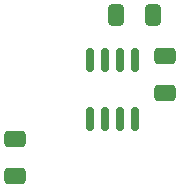
<source format=gbr>
%TF.GenerationSoftware,KiCad,Pcbnew,7.0.8*%
%TF.CreationDate,2024-04-03T00:11:47-07:00*%
%TF.ProjectId,DrapeCurrent - R1,44726170-6543-4757-9272-656e74202d20,rev?*%
%TF.SameCoordinates,Original*%
%TF.FileFunction,Paste,Top*%
%TF.FilePolarity,Positive*%
%FSLAX46Y46*%
G04 Gerber Fmt 4.6, Leading zero omitted, Abs format (unit mm)*
G04 Created by KiCad (PCBNEW 7.0.8) date 2024-04-03 00:11:47*
%MOMM*%
%LPD*%
G01*
G04 APERTURE LIST*
G04 Aperture macros list*
%AMRoundRect*
0 Rectangle with rounded corners*
0 $1 Rounding radius*
0 $2 $3 $4 $5 $6 $7 $8 $9 X,Y pos of 4 corners*
0 Add a 4 corners polygon primitive as box body*
4,1,4,$2,$3,$4,$5,$6,$7,$8,$9,$2,$3,0*
0 Add four circle primitives for the rounded corners*
1,1,$1+$1,$2,$3*
1,1,$1+$1,$4,$5*
1,1,$1+$1,$6,$7*
1,1,$1+$1,$8,$9*
0 Add four rect primitives between the rounded corners*
20,1,$1+$1,$2,$3,$4,$5,0*
20,1,$1+$1,$4,$5,$6,$7,0*
20,1,$1+$1,$6,$7,$8,$9,0*
20,1,$1+$1,$8,$9,$2,$3,0*%
G04 Aperture macros list end*
%ADD10RoundRect,0.150000X0.150000X-0.825000X0.150000X0.825000X-0.150000X0.825000X-0.150000X-0.825000X0*%
%ADD11RoundRect,0.250000X-0.650000X0.412500X-0.650000X-0.412500X0.650000X-0.412500X0.650000X0.412500X0*%
%ADD12RoundRect,0.250000X0.650000X-0.412500X0.650000X0.412500X-0.650000X0.412500X-0.650000X-0.412500X0*%
%ADD13RoundRect,0.250000X-0.412500X-0.650000X0.412500X-0.650000X0.412500X0.650000X-0.412500X0.650000X0*%
G04 APERTURE END LIST*
D10*
%TO.C,U1*%
X17780000Y10860000D03*
X19050000Y10860000D03*
X20320000Y10860000D03*
X21590000Y10860000D03*
X21590000Y15810000D03*
X20320000Y15810000D03*
X19050000Y15810000D03*
X17780000Y15810000D03*
%TD*%
D11*
%TO.C,C3*%
X11430000Y9182500D03*
X11430000Y6057500D03*
%TD*%
D12*
%TO.C,C2*%
X24130000Y13042500D03*
X24130000Y16167500D03*
%TD*%
D13*
%TO.C,C1*%
X20027500Y19685000D03*
X23152500Y19685000D03*
%TD*%
M02*

</source>
